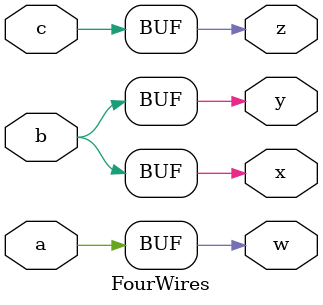
<source format=v>
module FourWires (
    input a,b,c,
    output w,x,y,z
);
    // Easy method
    /*
    assign w = a;
    assign x = b;
    assign y = b;
    assign z = c;
    */

    // Concatenate
    assign {w,x,y,z} = {a,{2{b}},c};
endmodule
</source>
